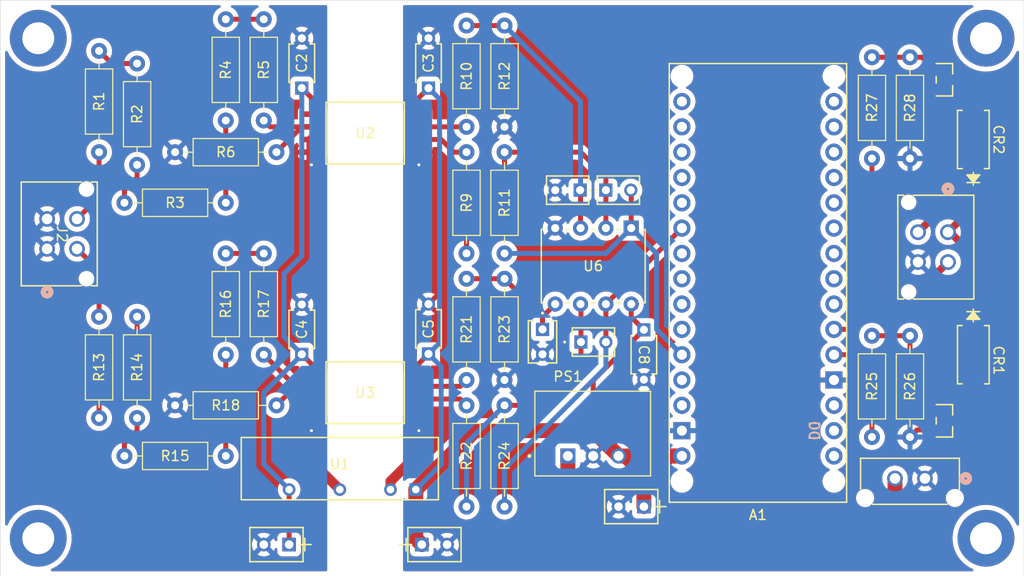
<source format=kicad_pcb>
(kicad_pcb (version 20240108) (generator "pcbnew") (generator_version "8.0")
  (layers (0 "F.Cu" signal) (31 "B.Cu" signal) (34 "B.Paste" user) (35 "F.Paste" user) (36 "B.SilkS" user "B.Silkscreen") (37 "F.SilkS" user "F.Silkscreen") (38 "B.Mask" user) (39 "F.Mask" user) (44 "Edge.Cuts" user))
  (net 0 "")
  (net 1 "GND")
  (net 2 "Net-(MOSFET1-D)")
  (net 3 "Net-(MOSFET2-D)")
  (net 4 "Net-(MOSFET1-G)")
  (net 5 "Net-(MOSFET2-G)")
  (net 6 "Net-(R1-Pad2)")
  (net 7 "Net-(R2-Pad2)")
  (net 8 "Net-(R3-Pad2)")
  (net 9 "Net-(R4-Pad2)")
  (net 10 "Net-(PS1-+VIN)")
  (net 11 "/+5")
  (net 12 "/HVGND")
  (net 13 "/HV+5")
  (net 14 "/ShutdownIn")
  (net 15 "Net-(J2-Pad4)")
  (net 16 "Net-(U6-OUTA)")
  (net 17 "Net-(U6-OUTB)")
  (net 18 "Net-(R13-Pad2)")
  (net 19 "Net-(R14-Pad2)")
  (net 31 "Net-(A1-PadD2)")
  (net 40 "Net-(A1-PadD3)")
  (net 45 "Net-(J2-Pad3)")
  (net 46 "Net-(U6-+INA)")
  (net 47 "Net-(U3-IN)")
  (net 48 "Net-(U2-IN)")
  (net 49 "Net-(U3-OUTP)")
  (net 50 "Net-(U2-OUTP)")
  (net 51 "Net-(U6--INA)")
  (net 52 "Net-(U6--INB)")
  (net 53 "Net-(U6-+INB)")
  (net 54 "Net-(U2-OUTN)")
  (net 55 "Net-(R15-Pad2)")
  (net 56 "Net-(R16-Pad2)")
  (net 57 "Net-(U3-OUTN)")
  (footprint "Resistor_THT:R_Axial_DIN0207_L6.3mm_D2.5mm_P10.16mm_Horizontal" (layer "F.Cu") (at 156.21 86.36 90)
    (property "Reference" "R11" (at 5.08 0 90) (layer "F.SilkS"))
    (property "Value" "2.5k" (hide yes))
    (pad "1" thru_hole circle (at 0 0 90) (size 1.6 1.6) (drill 0.8) (layers "*.Cu" "*.Mask") (net 16 "Net-(U6-OUTA)"))
    (pad "2" thru_hole oval (at 10.16 0 90) (size 1.6 1.6) (drill 0.8) (layers "*.Cu" "*.Mask") (net 51 "Net-(U6--INA)"))
  )
  (footprint "Resistor_THT:R_Axial_DIN0207_L6.3mm_D2.5mm_P10.16mm_Horizontal" (layer "F.Cu") (at 115.57 92.71 -90)
    (property "Reference" "R13" (at 5.08 0 90) (layer "F.SilkS"))
    (property "Value" "200k" (hide yes))
    (pad "1" thru_hole circle (at 0 0 270) (size 1.6 1.6) (drill 0.8) (layers "*.Cu" "*.Mask") (net 45 "Net-(J2-Pad3)"))
    (pad "2" thru_hole oval (at 10.16 0 270) (size 1.6 1.6) (drill 0.8) (layers "*.Cu" "*.Mask") (net 18 "Net-(R13-Pad2)"))
  )
  (footprint "MolexVertical:CONN_SD-43045-010_04_MOL" (layer "F.Cu") (at 110.36 85.900001 -90)
    (property "Reference" "J2" (at -1.5 -1.5 -90) (layer "F.SilkS"))
    (property "Value" "430450428" (hide yes))
    (pad "" np_thru_hole circle (at -5.999998 -3.94 270) (size 1.0668 1.0668) (drill 1.0668) (layers "*.Cu" "*.Mask"))
    (pad "" np_thru_hole circle (at 2.999999 -3.94 270) (size 1.0668 1.0668) (drill 1.0668) (layers "*.Cu" "*.Mask"))
    (pad "1" thru_hole circle (at 0 0 270) (size 1.5748 1.5748) (drill 1.0668) (layers "*.Cu" "*.Mask") (net 12 "/HVGND"))
    (pad "2" thru_hole circle (at -2.999999 0 270) (size 1.5748 1.5748) (drill 1.0668) (layers "*.Cu" "*.Mask") (net 12 "/HVGND"))
    (pad "3" thru_hole circle (at 0 -2.999999 270) (size 1.5748 1.5748) (drill 1.0668) (layers "*.Cu" "*.Mask") (net 45 "Net-(J2-Pad3)"))
    (pad "4" thru_hole circle (at -2.999999 -2.999999 270) (size 1.5748 1.5748) (drill 1.0668) (layers "*.Cu" "*.Mask") (net 15 "Net-(J2-Pad4)"))
  )
  (footprint "MountingHole:MountingHole_3.2mm_M3_ISO7380_Pad" (layer "F.Cu") (at 204.47 114.935)
    (property "Reference" "REF**" (hide yes))
    (property "Value" "MountingHole_3.2mm_M3_ISO7380_Pad" (hide yes))
    (pad "1" thru_hole circle (at 0 0) (size 5.7 5.7) (drill 3.2) (layers "*.Cu" "*.Mask"))
  )
  (footprint "10uF Cap:CAP_C324C_MR_X7R_KEM" (layer "F.Cu") (at 170.18 111.76 180)
    (property "Reference" "C1" (hide yes))
    (property "Value" "C324C106K3R5TA" (hide yes))
    (pad "1" thru_hole rect (at 0 0 180) (size 1.3716 1.3716) (drill 0.8636) (layers "*.Cu" "*.Mask") (net 11 "/+5"))
    (pad "2" thru_hole circle (at 2.54 0 180) (size 1.3716 1.3716) (drill 0.8636) (layers "*.Cu" "*.Mask") (net 1 "GND"))
  )
  (footprint "Resistor_THT:R_Axial_DIN0207_L6.3mm_D2.5mm_P10.16mm_Horizontal" (layer "F.Cu") (at 152.4 76.2 -90)
    (property "Reference" "R9" (at 5.08 0 90) (layer "F.SilkS"))
    (property "Value" "1k" (hide yes))
    (pad "1" thru_hole circle (at 0 0 270) (size 1.6 1.6) (drill 0.8) (layers "*.Cu" "*.Mask") (net 54 "Net-(U2-OUTN)"))
    (pad "2" thru_hole oval (at 10.16 0 270) (size 1.6 1.6) (drill 0.8) (layers "*.Cu" "*.Mask") (net 51 "Net-(U6--INA)"))
  )
  (footprint "MountingHole:MountingHole_3.2mm_M3_ISO7380_Pad" (layer "F.Cu") (at 109.474 64.77)
    (property "Reference" "REF**" (hide yes))
    (property "Value" "MountingHole_3.2mm_M3_ISO7380_Pad" (hide yes))
    (pad "1" thru_hole circle (at 0 0) (size 5.7 5.7) (drill 3.2) (layers "*.Cu" "*.Mask"))
  )
  (footprint "330pFCap:CAP_K-SERIES_15-L2_VIS" (layer "F.Cu") (at 163.87 95.25)
    (property "Reference" "C9" (hide yes))
    (property "Value" "K331K15X7RF5TL2" (hide yes))
    (pad "1" thru_hole rect (at 0 0) (size 1.3208 1.3208) (drill 0.8128) (layers "*.Cu" "*.Mask") (net 52 "Net-(U6--INB)"))
    (pad "2" thru_hole circle (at 2.5 0) (size 1.3208 1.3208) (drill 0.8128) (layers "*.Cu" "*.Mask") (net 17 "Net-(U6-OUTB)"))
  )
  (footprint "1uFCap:K104K10X7RF5UH5_VIS" (layer "F.Cu") (at 135.89 96.479995 90)
    (property "Reference" "C4" (at 2.499995 0 90) (layer "F.SilkS"))
    (property "Value" "K104K10X7RF5UH5" (hide yes))
    (pad "1" thru_hole rect (at 0 0 90) (size 1.3208 1.3208) (drill 0.8128) (layers "*.Cu" "*.Mask") (net 13 "/HV+5"))
    (pad "2" thru_hole circle (at 4.99999 0 90) (size 1.3208 1.3208) (drill 0.8128) (layers "*.Cu" "*.Mask") (net 12 "/HVGND"))
  )
  (footprint "330pFCap:CAP_K-SERIES_15-L2_VIS" (layer "F.Cu") (at 166.37 80.01)
    (property "Reference" "C7" (hide yes))
    (property "Value" "K331K15X7RF5TL2" (hide yes))
    (pad "1" thru_hole rect (at 0 0) (size 1.3208 1.3208) (drill 0.8128) (layers "*.Cu" "*.Mask") (net 51 "Net-(U6--INA)"))
    (pad "2" thru_hole circle (at 2.5 0) (size 1.3208 1.3208) (drill 0.8128) (layers "*.Cu" "*.Mask") (net 16 "Net-(U6-OUTA)"))
  )
  (footprint "Resistor_THT:R_Axial_DIN0207_L6.3mm_D2.5mm_P10.16mm_Horizontal" (layer "F.Cu") (at 118.11 106.68)
    (property "Reference" "R15" (at 5.08 0 0) (layer "F.SilkS"))
    (property "Value" "200k" (hide yes))
    (pad "1" thru_hole circle (at 0 0) (size 1.6 1.6) (drill 0.8) (layers "*.Cu" "*.Mask") (net 19 "Net-(R14-Pad2)"))
    (pad "2" thru_hole oval (at 10.16 0) (size 1.6 1.6) (drill 0.8) (layers "*.Cu" "*.Mask") (net 55 "Net-(R15-Pad2)"))
  )
  (footprint "MolexVertical:CONN_SD-43045-010_04_MOL" (layer "F.Cu") (at 200.66 84.228447 90)
    (property "Reference" "J1" (hide yes))
    (property "Value" "430450428" (hide yes))
    (pad "" np_thru_hole circle (at -5.999998 -3.94 90) (size 1.0668 1.0668) (drill 1.0668) (layers "*.Cu" "*.Mask"))
    (pad "" np_thru_hole circle (at 2.999999 -3.94 90) (size 1.0668 1.0668) (drill 1.0668) (layers "*.Cu" "*.Mask"))
    (pad "1" thru_hole circle (at 0 0 90) (size 1.5748 1.5748) (drill 1.0668) (layers "*.Cu" "*.Mask") (net 14 "/ShutdownIn"))
    (pad "2" thru_hole circle (at -2.999999 0 90) (size 1.5748 1.5748) (drill 1.0668) (layers "*.Cu" "*.Mask") (net 2 "Net-(MOSFET1-D)"))
    (pad "3" thru_hole circle (at 0 -2.999999 90) (size 1.5748 1.5748) (drill 1.0668) (layers "*.Cu" "*.Mask") (net 3 "Net-(MOSFET2-D)"))
    (pad "4" thru_hole circle (at -2.999999 -2.999999 90) (size 1.5748 1.5748) (drill 1.0668) (layers "*.Cu" "*.Mask") (net 1 "GND"))
  )
  (footprint "10uF Cap:CAP_C324C_MR_X7R_KEM" (layer "F.Cu") (at 134.62 115.57 180)
    (property "Reference" "C11" (hide yes))
    (property "Value" "C324C106K3R5TA" (hide yes))
    (pad "1" thru_hole rect (at 0 0 180) (size 1.3716 1.3716) (drill 0.8636) (layers "*.Cu" "*.Mask") (net 13 "/HV+5"))
    (pad "2" thru_hole circle (at 2.54 0 180) (size 1.3716 1.3716) (drill 0.8636) (layers "*.Cu" "*.Mask") (net 12 "/HVGND"))
  )
  (footprint "Resistor_THT:R_Axial_DIN0207_L6.3mm_D2.5mm_P10.16mm_Horizontal" (layer "F.Cu") (at 123.19 101.6)
    (property "Reference" "R18" (at 5.08 0 0) (layer "F.SilkS"))
    (property "Value" "10k" (hide yes))
    (pad "1" thru_hole circle (at 0 0) (size 1.6 1.6) (drill 0.8) (layers "*.Cu" "*.Mask") (net 12 "/HVGND"))
    (pad "2" thru_hole oval (at 10.16 0) (size 1.6 1.6) (drill 0.8) (layers "*.Cu" "*.Mask") (net 47 "Net-(U3-IN)"))
  )
  (footprint "Resistor_THT:R_Axial_DIN0207_L6.3mm_D2.5mm_P10.16mm_Horizontal" (layer "F.Cu") (at 196.85 66.678447 -90)
    (property "Reference" "R28" (at 5.08 0 90) (layer "F.SilkS"))
    (property "Value" "10k" (hide yes))
    (pad "1" thru_hole circle (at 0 0 270) (size 1.6 1.6) (drill 0.8) (layers "*.Cu" "*.Mask") (net 5 "Net-(MOSFET2-G)"))
    (pad "2" thru_hole oval (at 10.16 0 270) (size 1.6 1.6) (drill 0.8) (layers "*.Cu" "*.Mask") (net 1 "GND"))
  )
  (footprint "Resistor_THT:R_Axial_DIN0207_L6.3mm_D2.5mm_P10.16mm_Horizontal" (layer "F.Cu") (at 196.85 94.618447 -90)
    (property "Reference" "R26" (at 5.08 0 90) (layer "F.SilkS"))
    (property "Value" "10k" (hide yes))
    (pad "1" thru_hole circle (at 0 0 270) (size 1.6 1.6) (drill 0.8) (layers "*.Cu" "*.Mask") (net 4 "Net-(MOSFET1-G)"))
    (pad "2" thru_hole oval (at 10.16 0 270) (size 1.6 1.6) (drill 0.8) (layers "*.Cu" "*.Mask") (net 1 "GND"))
  )
  (footprint "PreChargeParts:SOT23_DIO-L" (layer "F.Cu") (at 200.3044 103.153446 -90)
    (property "Reference" "MOSFET1" (hide yes))
    (property "Value" "DMN3404L-7" (hide yes))
    (pad "1" smd rect (at -0.914999 0.9144 270) (size 0.508 0.9652) (layers "F.Cu" "F.Paste" "F.Mask") (net 4 "Net-(MOSFET1-G)"))
    (pad "2" smd rect (at 0.914999 0.9144 270) (size 0.508 0.9652) (layers "F.Cu" "F.Paste" "F.Mask") (net 1 "GND"))
    (pad "3" smd rect (at 0 -0.9144 270) (size 0.508 0.9652) (layers "F.Cu" "F.Paste" "F.Mask") (net 2 "Net-(MOSFET1-D)"))
  )
  (footprint "330pFCap:CAP_K-SERIES_15-L2_VIS" (layer "F.Cu") (at 160.02 93.98 -90)
    (property "Reference" "C10" (hide yes))
    (property "Value" "K331K15X7RF5TL2" (hide yes))
    (pad "1" thru_hole rect (at 0 0 270) (size 1.3208 1.3208) (drill 0.8128) (layers "*.Cu" "*.Mask") (net 53 "Net-(U6-+INB)"))
    (pad "2" thru_hole circle (at 2.5 0 270) (size 1.3208 1.3208) (drill 0.8128) (layers "*.Cu" "*.Mask") (net 1 "GND"))
  )
  (footprint "Resistor_THT:R_Axial_DIN0207_L6.3mm_D2.5mm_P10.16mm_Horizontal" (layer "F.Cu") (at 118.11 81.28)
    (property "Reference" "R3" (at 5.08 0 0) (layer "F.SilkS"))
    (property "Value" "200k" (hide yes))
    (pad "1" thru_hole circle (at 0 0) (size 1.6 1.6) (drill 0.8) (layers "*.Cu" "*.Mask") (net 7 "Net-(R2-Pad2)"))
    (pad "2" thru_hole oval (at 10.16 0) (size 1.6 1.6) (drill 0.8) (layers "*.Cu" "*.Mask") (net 8 "Net-(R3-Pad2)"))
  )
  (footprint "1uFCap:K104K10X7RF5UH5_VIS" (layer "F.Cu") (at 148.59 69.76999 90)
    (property "Reference" "C3" (at 2.499995 0 90) (layer "F.SilkS"))
    (property "Value" "K104K10X7RF5UH5" (hide yes))
    (pad "1" thru_hole rect (at 0 0 90) (size 1.3208 1.3208) (drill 0.8128) (layers "*.Cu" "*.Mask") (net 11 "/+5"))
    (pad "2" thru_hole circle (at 4.99999 0 90) (size 1.3208 1.3208) (drill 0.8128) (layers "*.Cu" "*.Mask") (net 1 "GND"))
  )
  (footprint "Resistor_THT:R_Axial_DIN0207_L6.3mm_D2.5mm_P10.16mm_Horizontal" (layer "F.Cu") (at 156.21 73.66 90)
    (property "Reference" "R12" (at 5.08 0 90) (layer "F.SilkS"))
    (property "Value" "2.5k" (hide yes))
    (pad "1" thru_hole circle (at 0 0 90) (size 1.6 1.6) (drill 0.8) (layers "*.Cu" "*.Mask") (net 1 "GND"))
    (pad "2" thru_hole oval (at 10.16 0 90) (size 1.6 1.6) (drill 0.8) (layers "*.Cu" "*.Mask") (net 46 "Net-(U6-+INA)"))
  )
  (footprint "Resistor_THT:R_Axial_DIN0207_L6.3mm_D2.5mm_P10.16mm_Horizontal" (layer "F.Cu") (at 152.4 99.06 90)
    (property "Reference" "R21" (at 5.08 0 90) (layer "F.SilkS"))
    (property "Value" "1k" (hide yes))
    (pad "1" thru_hole circle (at 0 0 90) (size 1.6 1.6) (drill 0.8) (layers "*.Cu" "*.Mask") (net 49 "Net-(U3-OUTP)"))
    (pad "2" thru_hole oval (at 10.16 0 90) (size 1.6 1.6) (drill 0.8) (layers "*.Cu" "*.Mask") (net 53 "Net-(U6-+INB)"))
  )
  (footprint "PreChargeParts:SMA_DIO-L" (layer "F.Cu") (at 203.2 74.93 90)
    (property "Reference" "CR2" (at 0 2.54 -90) (layer "F.SilkS"))
    (property "Value" "B240A-13-F" (hide yes))
    (pad "1" smd rect (at -1.9715 0 180) (size 1.5792 1.7994) (layers "F.Cu" "F.Paste" "F.Mask") (net 14 "/ShutdownIn"))
    (pad "2" smd rect (at 1.9715 0 180) (size 1.5792 1.7994) (layers "F.Cu" "F.Paste" "F.Mask") (net 3 "Net-(MOSFET2-D)"))
    (zone (net 0) (net_name "") (layer "F.Cu") (connect_pads (clearance 0)) (min_thickness 0.254)
      (keepout (tracks not_allowed) (vias not_allowed) (pads allowed) (copperpour not_allowed) (footprints allowed))
      (fill (thermal_gap 0.508) (thermal_bridge_width 0.508))
      (polygon (pts (xy 201.790801 77.6742) (xy 201.790801 72.1858) (xy 202.3342 72.1858) (xy 202.3342 77.6742)))
    )
    (zone (net 0) (net_name "") (layer "F.Cu") (connect_pads (clearance 0)) (min_thickness 0.254)
      (keepout (tracks not_allowed) (vias not_allowed) (pads allowed) (copperpour not_allowed) (footprints allowed))
      (fill (thermal_gap 0.508) (thermal_bridge_width 0.508))
      (polygon (pts (xy 202.3342 75.951) (xy 202.3342 73.909) (xy 204.0658 73.909) (xy 204.0658 75.951)))
    )
    (zone (net 0) (net_name "") (layer "F.Cu") (connect_pads (clearance 0)) (min_thickness 0.254)
      (keepout (tracks not_allowed) (vias not_allowed) (pads allowed) (copperpour not_allowed) (footprints allowed))
      (fill (thermal_gap 0.508) (thermal_bridge_width 0.508))
      (polygon (pts (xy 204.0658 77.6742) (xy 204.0658 72.1858) (xy 204.609199 72.1858) (xy 204.609199 77.6742)))
    )
  )
  (footprint "Resistor_THT:R_Axial_DIN0207_L6.3mm_D2.5mm_P10.16mm_Horizontal" (layer "F.Cu") (at 193.04 104.778447 90)
    (property "Reference" "R25" (at 5.08 0 90) (layer "F.SilkS"))
    (property "Value" "200" (hide yes))
    (pad "1" thru_hole circle (at 0 0 90) (size 1.6 1.6) (drill 0.8) (layers "*.Cu" "*.Mask") (net 31 "Net-(A1-PadD2)"))
    (pad "2" thru_hole oval (at 10.16 0 90) (size 1.6 1.6) (drill 0.8) (layers "*.Cu" "*.Mask") (net 4 "Net-(MOSFET1-G)"))
  )
  (footprint "330pFCap:CAP_K-SERIES_15-L2_VIS" (layer "F.Cu") (at 163.79 80.01 180)
    (property "Reference" "C6" (hide yes))
    (property "Value" "K331K15X7RF5TL2" (hide yes))
    (pad "1" thru_hole rect (at 0 0 180) (size 1.3208 1.3208) (drill 0.8128) (layers "*.Cu" "*.Mask") (net 46 "Net-(U6-+INA)"))
    (pad "2" thru_hole circle (at 2.5 0 180) (size 1.3208 1.3208) (drill 0.8128) (layers "*.Cu" "*.Mask") (net 1 "GND"))
  )
  (footprint "Resistor_THT:R_Axial_DIN0207_L6.3mm_D2.5mm_P10.16mm_Horizontal" (layer "F.Cu") (at 115.57 76.2 90)
    (property "Reference" "R1" (at 5.08 0 90) (layer "F.SilkS"))
    (property "Value" "200k" (hide yes))
    (pad "1" thru_hole circle (at 0 0 90) (size 1.6 1.6) (drill 0.8) (layers "*.Cu" "*.Mask") (net 15 "Net-(J2-Pad4)"))
    (pad "2" thru_hole oval (at 10.16 0 90) (size 1.6 1.6) (drill 0.8) (layers "*.Cu" "*.Mask") (net 6 "Net-(R1-Pad2)"))
  )
  (footprint "Resistor_THT:R_Axial_DIN0207_L6.3mm_D2.5mm_P10.16mm_Horizontal" (layer "F.Cu") (at 156.21 99.06 90)
    (property "Reference" "R23" (at 5.08 0 90) (layer "F.SilkS"))
    (property "Value" "2.5k" (hide yes))
    (pad "1" thru_hole circle (at 0 0 90) (size 1.6 1.6) (drill 0.8) (layers "*.Cu" "*.Mask") (net 1 "GND"))
    (pad "2" thru_hole oval (at 10.16 0 90) (size 1.6 1.6) (drill 0.8) (layers "*.Cu" "*.Mask") (net 53 "Net-(U6-+INB)"))
  )
  (footprint "10uF Cap:CAP_C324C_MR_X7R_KEM" (layer "F.Cu") (at 147.9169 115.57)
    (property "Reference" "C12" (hide yes))
    (property "Value" "C324C106K3R5TA" (hide yes))
    (pad "1" thru_hole rect (at 0 0) (size 1.3716 1.3716) (drill 0.8636) (layers "*.Cu" "*.Mask") (net 11 "/+5"))
    (pad "2" thru_hole circle (at 2.54 0) (size 1.3716 1.3716) (drill 0.8636) (layers "*.Cu" "*.Mask") (net 1 "GND"))
  )
  (footprint "Resistor_THT:R_Axial_DIN0207_L6.3mm_D2.5mm_P10.16mm_Horizontal" (layer "F.Cu") (at 193.04 76.838447 90)
    (property "Reference" "R27" (at 5.08 0 90) (layer "F.SilkS"))
    (property "Value" "200" (hide yes))
    (pad "1" thru_hole circle (at 0 0 90) (size 1.6 1.6) (drill 0.8) (layers "*.Cu" "*.Mask") (net 40 "Net-(A1-PadD3)"))
    (pad "2" thru_hole oval (at 10.16 0 90) (size 1.6 1.6) (drill 0.8) (layers "*.Cu" "*.Mask") (net 5 "Net-(MOSFET2-G)"))
  )
  (footprint "MountingHole:MountingHole_3.2mm_M3_ISO7380_Pad" (layer "F.Cu") (at 204.47 64.77)
    (property "Reference" "REF**" (hide yes))
    (property "Value" "MountingHole_3.2mm_M3_ISO7380_Pad" (hide yes))
    (pad "1" thru_hole circle (at 0 0) (size 5.7 5.7) (drill 3.2) (layers "*.Cu" "*.Mask"))
  )
  (footprint "12-5V Converter:CONV_R-78E5.0-0.5" (layer "F.Cu") (at 165.1 104.43)
    (property "Reference" "PS1" (at -2.54 -5.715 0) (layer "F.SilkS"))
    (property "Value" "R-78E5.0-0.5")
    (pad "1" thru_hole rect (at -2.54 2.25) (size 1.508 1.508) (drill 1) (layers "*.Cu" "*.Mask") (net 10 "Net-(PS1-+VIN)"))
    (pad "2" thru_hole circle (at 0 2.25) (size 1.508 1.508) (drill 1) (layers "*.Cu" "*.Mask") (net 1 "GND"))
    (pad "3" thru_hole circle (at 2.54 2.25) (size 1.508 1.508) (drill 1) (layers "*.Cu" "*.Mask") (net 11 "/+5"))
  )
  (footprint "AMC 1351:SOIC8_DWV_TEX" (layer "F.Cu") (at 142.24 74.295)
    (property "Reference" "U2" (at 0 0 0) (layer "F.SilkS"))
    (property "Value" "AMC1351DWVR")
    (pad "1" smd rect (at -5.3848 -1.905) (size 1.7018 0.5588) (layers "F.Cu" "F.Paste" "F.Mask") (net 13 "/HV+5"))
    (pad "2" smd rect (at -5.3848 -0.635) (size 1.7018 0.5588) (layers "F.Cu" "F.Paste" "F.Mask") (net 48 "Net-(U2-IN)"))
    (pad "3" smd rect (at -5.3848 0.635) (size 1.7018 0.5588) (layers "F.Cu" "F.Paste" "F.Mask") (net 12 "/HVGND"))
    (pad "4" smd rect (at -5.3848 1.905) (size 1.7018 0.5588) (layers "F.Cu" "F.Paste" "F.Mask") (net 12 "/HVGND"))
    (pad "5" smd rect (at 5.3848 1.905) (size 1.7018 0.5588) (layers "F.Cu" "F.Paste" "F.Mask") (net 1 "GND"))
    (pad "6" smd rect (at 5.3848 0.635) (size 1.7018 0.5588) (layers "F.Cu" "F.Paste" "F.Mask") (net 54 "Net-(U2-OUTN)"))
    (pad "7" smd rect (at 5.3848 -0.635) (size 1.7018 0.5588) (layers "F.Cu" "F.Paste" "F.Mask") (net 50 "Net-(U2-OUTP)"))
    (pad "8" smd rect (at 5.3848 -1.905) (size 1.7018 0.5588) (layers "F.Cu" "F.Paste" "F.Mask") (net 11 "/+5"))
  )
  (footprint "Resistor_THT:R_Axial_DIN0207_L6.3mm_D2.5mm_P10.16mm_Horizontal" (layer "F.Cu") (at 128.27 73.025 90)
    (property "Reference" "R4" (at 5.08 0 90) (layer "F.SilkS"))
    (property "Value" "200k" (hide yes))
    (pad "1" thru_hole circle (at 0 0 90) (size 1.6 1.6) (drill 0.8) (layers "*.Cu" "*.Mask") (net 8 "Net-(R3-Pad2)"))
    (pad "2" thru_hole oval (at 10.16 0 90) (size 1.6 1.6) (drill 0.8) (layers "*.Cu" "*.Mask") (net 9 "Net-(R4-Pad2)"))
  )
  (footprint "Resistor_THT:R_Axial_DIN0207_L6.3mm_D2.5mm_P10.16mm_Horizontal" (layer "F.Cu") (at 156.21 111.76 90)
    (property "Reference" "R24" (at 5.08 0 90) (layer "F.SilkS"))
    (property "Value" "2.5k" (hide yes))
    (pad "1" thru_hole circle (at 0 0 90) (size 1.6 1.6) (drill 0.8) (layers "*.Cu" "*.Mask") (net 17 "Net-(U6-OUTB)"))
    (pad "2" thru_hole oval (at 10.16 0 90) (size 1.6 1.6) (drill 0.8) (layers "*.Cu" "*.Mask") (net 52 "Net-(U6--INB)"))
  )
  (footprint "Resistor_THT:R_Axial_DIN0207_L6.3mm_D2.5mm_P10.16mm_Horizontal" (layer "F.Cu") (at 119.38 92.71 -90)
    (property "Reference" "R14" (at 5.08 0 90) (layer "F.SilkS"))
    (property "Value" "200k" (hide yes))
    (pad "1" thru_hole circle (at 0 0 270) (size 1.6 1.6) (drill 0.8) (layers "*.Cu" "*.Mask") (net 18 "Net-(R13-Pad2)"))
    (pad "2" thru_hole oval (at 10.16 0 270) (size 1.6 1.6) (drill 0.8) (layers "*.Cu" "*.Mask") (net 19 "Net-(R14-Pad2)"))
  )
  (footprint "1uFCap:K104K10X7RF5UH5_VIS" (layer "F.Cu") (at 135.89 69.76999 90)
    (property "Reference" "C2" (at 2.499995 0 90) (layer "F.SilkS"))
    (property "Value" "K104K10X7RF5UH5" (hide yes))
    (pad "1" thru_hole rect (at 0 0 90) (size 1.3208 1.3208) (drill 0.8128) (layers "*.Cu" "*.Mask") (net 13 "/HV+5"))
    (pad "2" thru_hole circle (at 4.99999 0 90) (size 1.3208 1.3208) (drill 0.8128) (layers "*.Cu" "*.Mask") (net 12 "/HVGND"))
  )
  (footprint "1uFCap:K104K10X7RF5UH5_VIS" (layer "F.Cu") (at 148.59 96.43999 90)
    (property "Reference" "C5" (at 2.499995 0 90) (layer "F.SilkS"))
    (property "Value" "K104K10X7RF5UH5" (hide yes))
    (pad "1" thru_hole rect (at 0 0 90) (size 1.3208 1.3208) (drill 0.8128) (layers "*.Cu" "*.Mask") (net 11 "/+5"))
    (pad "2" thru_hole circle (at 4.99999 0 90) (size 1.3208 1.3208) (drill 0.8128) (layers "*.Cu" "*.Mask") (net 1 "GND"))
  )
  (footprint "Resistor_THT:R_Axial_DIN0207_L6.3mm_D2.5mm_P10.16mm_Horizontal" (layer "F.Cu") (at 128.27 96.52 90)
    (property "Reference" "R16" (at 5.08 0 90) (layer "F.SilkS"))
    (property "Value" "200k" (hide yes))
    (pad "1" thru_hole circle (at 0 0 90) (size 1.6 1.6) (drill 0.8) (layers "*.Cu" "*.Mask") (net 55 "Net-(R15-Pad2)"))
    (pad "2" thru_hole oval (at 10.16 0 90) (size 1.6 1.6) (drill 0.8) (layers "*.Cu" "*.Mask") (net 56 "Net-(R16-Pad2)"))
  )
  (footprint "PreChargeParts:TEA 1E_TRP" (layer "F.Cu") (at 147.32 110.05 180)
    (property "Reference" "U1" (at 7.62 2.54 0) (layer "F.SilkS"))
    (property "Value" "TEA 1-0505E")
    (pad "1" thru_hole rect (at 0 0 180) (size 1.27 1.27) (drill 0.762) (layers "*.Cu" "*.Mask") (net 11 "/+5"))
    (pad "2" thru_hole circle (at 2.54 0 180) (size 1.27 1.27) (drill 0.762) (layers "*.Cu" "*.Mask") (net 1 "GND"))
    (pad "4" thru_hole circle (at 7.62 0 180) (size 1.27 1.27) (drill 0.762) (layers "*.Cu" "*.Mask") (net 12 "/HVGND"))
    (pad "6" thru_hole circle (at 12.7 0 180) (size 1.27 1.27) (drill 0.762) (layers "*.Cu" "*.Mask") (net 13 "/HV+5"))
  )
  (footprint "Resistor_THT:R_Axial_DIN0207_L6.3mm_D2.5mm_P10.16mm_Horizontal" (layer "F.Cu") (at 152.4 101.6 -90)
    (property "Reference" "R22" (at 5.08 0 90) (layer "F.SilkS"))
    (property "Value" "1k" (hide yes))
    (pad "1" thru_hole circle (at 0 0 270) (size 1.6 1.6) (drill 0.8) (layers "*.Cu" "*.Mask") (net 57 "Net-(U3-OUTN)"))
    (pad "2" thru_hole oval (at 10.16 0 270) (size 1.6 1.6) (drill 0.8) (layers "*.Cu" "*.Mask") (net 52 "Net-(U6--INB)"))
  )
  (footprint "MountingHole:MountingHole_3.2mm_M3_ISO7380_Pad" (layer "F.Cu") (at 109.474 114.935)
    (property "Reference" "REF**" (hide yes))
    (property "Value" "MountingHole_3.2mm_M3_ISO7380_Pad" (hide yes))
    (pad "1" thru_hole circle (at 0 0) (size 5.7 5.7) (drill 3.2) (layers "*.Cu" "*.Mask"))
  )
  (footprint "1uFCap:K104K10X7RF5UH5_VIS" (layer "F.Cu") (at 170.18 94.020005 -90)
    (property "Reference" "C8" (at 2.499995 0 -90) (layer "F.SilkS"))
    (property "Value" "K104K10X7RF5UH5" (hide yes))
    (pad "1" thru_hole rect (at 0 0 270) (size 1.3208 1.3208) (drill 0.8128) (layers "*.Cu" "*.Mask") (net 11 "/+5"))
    (pad "2" thru_hole circle (at 4.99999 0 270) (size 1.3208 1.3208) (drill 0.8128) (layers "*.Cu" "*.Mask") (net 1 "GND"))
  )
  (footprint "PreChargeParts:SOT23_DIO-L" (layer "F.Cu") (at 200.3044 68.935001 -90)
    (property "Reference" "MOSFET2" (hide yes))
    (property "Value" "DMN3404L-7" (hide yes))
    (pad "1" smd rect (at -0.914999 0.9144 270) (size 0.508 0.9652) (layers "F.Cu" "F.Paste" "F.Mask") (net 5 "Net-(MOSFET2-G)"))
    (pad "2" smd rect (at 0.914999 0.9144 270) (size 0.508 0.9652) (layers "F.Cu" "F.Paste" "F.Mask") (net 1 "GND"))
    (pad "3" smd rect (at 0 -0.9144 270) (size 0.508 0.9652) (layers "F.Cu" "F.Paste" "F.Mask") (net 3 "Net-(MOSFET2-D)"))
  )
  (footprint "Resistor_THT:R_Axial_DIN0207_L6.3mm_D2.5mm_P10.16mm_Horizontal" (layer "F.Cu") (at 119.38 67.31 -90)
    (property "Reference" "R2" (at 5.08 0 90) (layer "F.SilkS"))
    (property "Value" "200k" (hide yes))
    (pad "1" thru_hole circle (at 0 0 270) (size 1.6 1.6) (drill 0.8) (layers "*.Cu" "*.Mask") (net 6 "Net-(R1-Pad2)"))
    (pad "2" thru_hole oval (at 10.16 0 270) (size 1.6 1.6) (drill 0.8) (layers "*.Cu" "*.Mask") (net 7 "Net-(R2-Pad2)"))
  )
  (footprint "Resistor_THT:R_Axial_DIN0207_L6.3mm_D2.5mm_P10.16mm_Horizontal" (layer "F.Cu") (at 152.4 73.66 90)
    (property "Reference" "R10" (at 5.08 0 90) (layer "F.SilkS"))
    (property "Value" "1k" (hide yes))
    (pad "1" thru_hole circle (at 0 0 90) (size 1.6 1.6) (drill 0.8) (layers "*.Cu" "*.Mask") (net 50 "Net-(U2-OUTP)"))
    (pad "2" thru_hole oval (at 10.16 0 90) (size 1.6 1.6) (drill 0.8) (layers "*.Cu" "*.Mask") (net 46 "Net-(U6-+INA)"))
  )
  (footprint "Resistor_THT:R_Axial_DIN0207_L6.3mm_D2.5mm_P10.16mm_Horizontal" (layer "F.Cu") (at 123.19 76.2)
    (property "Reference" "R6" (at 5.08 0 0) (layer "F.SilkS"))
    (property "Value" "10k" (hide yes))
    (pad "1" thru_hole circle (at 0 0) (size 1.6 1.6) (drill 0.8) (layers "*.Cu" "*.Mask") (net 12 "/HVGND"))
    (pad "2" thru_hole oval (at 10.16 0) (size 1.6 1.6) (drill 0.8) (layers "*.Cu" "*.Mask") (net 48 "Net-(U2-IN)"))
  )
  (footprint "MolexVertical:CONN_SD-43650-010_02_MOL" (layer "F.Cu") (at 196.85 109.22)
    (property "Reference" "J4" (hide yes))
    (property "Value" "436500228" (hide yes))
    (pad "" np_thru_hole circle (at -4.499999 1.675601) (size 1.3208 1.3208) (drill 1.3208) (layers "*.Cu" "*.Mask"))
    (pad "" np_thru_hole circle (at 4.499999 1.675601) (size 1.3208 1.3208) (drill 1.3208) (layers "*.Cu" "*.Mask"))
    (pad "1" thru_hole circle (at 1.5 -0.2844) (size 1.5748 1.5748) (drill 1.0668) (layers "*.Cu" "*.Mask") (net 1 "GND"))
    (pad "2" thru_hole circle (at -1.5 -0.2844) (size 1.5748 1.5748) (drill 1.0668) (layers "*.Cu" "*.Mask") (net 10 "Net-(PS1-+VIN)"))
  )
  (footprint "PCM_arduino-library:Arduino_Nano_33_IoT_Socket" (layer "F.Cu") (at 181.61 67.31 180)
    (property "Reference" "A1" (at 0 -45.28 0) (layer "F.SilkS"))
    (property "Value" "Arduino_Nano_33_IoT_Socket")
    (fp_text user "D0" (at -5.715 -36.83 90) (layer "B.SilkS") (effects (justify mirror)))
    (fp_text user "D0" (at -5.715 -36.83 90) (layer "F.SilkS"))
    (pad "" np_thru_hole circle (at -7.62 -41.91 180) (size 1.8 1.8) (drill 1.8) (layers "F&B.Cu" "*.Mask"))
    (pad "" np_thru_hole circle (at -7.62 -1.27 180) (size 1.8 1.8) (drill 1.8) (layers "F&B.Cu" "*.Mask"))
    (pad "" np_thru_hole circle (at 7.62 -41.91 180) (size 1.8 1.8) (drill 1.8) (layers "F&B.Cu" "*.Mask"))
    (pad "" np_thru_hole circle (at 7.62 -1.27 180) (size 1.8 1.8) (drill 1.8) (layers "F&B.Cu" "*.Mask"))
    (pad "3V3" thru_hole circle (at 7.62 -6.35 180) (size 1.7272 1.7272) (drill 1.016) (layers "*.Cu" "*.Mask"))
    (pad "5V" thru_hole circle (at 7.62 -31.75 180) (size 1.7272 1.7272) (drill 1.016) (layers "*.Cu" "*.Mask"))
    (pad "A0" thru_hole circle (at 7.62 -11.43 180) (size 1.7272 1.7272) (drill 1.016) (layers "*.Cu" "*.Mask"))
    (pad "A1" thru_hole circle (at 7.62 -13.97 180) (size 1.7272 1.7272) (drill 1.016) (layers "*.Cu" "*.Mask"))
    (pad "A2" thru_hole circle (at 7.62 -16.51 180) (size 1.7272 1.7272) (drill 1.016) (layers "*.Cu" "*.Mask") (net 17 "Net-(U6-OUTB)"))
    (pad "A3" thru_hole circle (at 7.62 -19.05 180) (size 1.7272 1.7272) (drill 1.016) (layers "*.Cu" "*.Mask"))
    (pad "A4" thru_hole circle (at 7.62 -21.59 180) (size 1.7272 1.7272) (drill 1.016) (layers "*.Cu" "*.Mask"))
    (pad "A5" thru_hole circle (at 7.62 -24.13 180) (size 1.7272 1.7272) (drill 1.016) (layers "*.Cu" "*.Mask"))
    (pad "A6" thru_hole circle (at 7.62 -26.67 180) (size 1.7272 1.7272) (drill 1.016) (layers "*.Cu" "*.Mask"))
    (pad "A7" thru_hole circle (at 7.62 -29.21 180) (size 1.7272 1.7272) (drill 1.016) (layers "*.Cu" "*.Mask") (net 16 "Net-(U6-OUTA)"))
    (pad "AREF" thru_hole circle (at 7.62 -8.89 180) (size 1.7272 1.7272) (drill 1.016) (layers "*.Cu" "*.Mask"))
    (pad "D0" thru_hole circle (at -7.62 -36.83 180) (size 1.7272 1.7272) (drill 1.016) (layers "*.Cu" "*.Mask"))
    (pad "D1" thru_hole circle (at -7.62 -39.37 180) (size 1.7272 1.7272) (drill 1.016) (layers "*.Cu" "*.Mask"))
    (pad "D2" thru_hole circle (at -7.62 -29.21 180) (size 1.7272 1.7272) (drill 1.016) (layers "*.Cu" "*.Mask") (net 31 "Net-(A1-PadD2)"))
    (pad "D3" thru_hole circle (at -7.62 -26.67 180) (size 1.7272 1.7272) (drill 1.016) (layers "*.Cu" "*.Mask") (net 40 "Net-(A1-PadD3)"))
    (pad "D4" thru_hole circle (at -7.62 -24.13 180) (size 1.7272 1.7272) (drill 1.016) (layers "*.Cu" "*.Mask"))
    (pad "D5" thru_hole circle (at -7.62 -21.59 180) (size 1.7272 1.7272) (drill 1.016) (layers "*.Cu" "*.Mask"))
    (pad "D6" thru_hole circle (at -7.62 -19.05 180) (size 1.7272 1.7272) (drill 1.016) (layers "*.Cu" "*.Mask"))
    (pad "D7" thru_hole circle (at -7.62 -16.51 180) (size 1.7272 1.7272) (drill 1.016) (layers "*.Cu" "*.Mask"))
    (pad "D8" thru_hole circle (at -7.62 -13.97 180) (size 1.7272 1.7272) (drill 1.016) (layers "*.Cu" "*.Mask"))
    (pad "D9" thru_hole circle (at -7.62 -11.43 180) (size 1.7272 1.7272) (drill 1.016) (layers "*.Cu" "*.Mask"))
    (pad "D10" thru_hole circle (at -7.62 -8.89 180) (size 1.7272 1.7272) (drill 1.016) (layers "*.Cu" "*.Mask"))
    (pad "D11" thru_hole circle (at -7.62 -6.35 180) (size 1.7272 1.7272) (drill 1.016) (layers "*.Cu" "*.Mask"))
    (pad "D12" thru_hole circle (at -7.62 -3.81 180) (size 1.7272 1.7272) (drill 1.016) (layers "*.Cu" "*.Mask"))
    (pad "D13" thru_hole circle (at 7.62 -3.81 180) (size 1.7272 1.7272) (drill 1.016) (layers "*.Cu" "*.Mask"))
    (pad "GND1" thru_hole rect (at -7.62 -31.75 180) (size 1.7272 1.7272) (drill 1.016) (layers "*.Cu" "*.Mask") (net 1 "GND"))
    (pad "GND2" thru_hole rect (at 7.62 -36.83 180) (size 1.7272 1.7272) (drill 1.016) (layers "*.Cu" "*.Mask") (net 1 "GND"))
    (pad "RST1" thru_hole circle (at -7.62 -34.29 180) (size 1.7272 1.7272) (drill 1.016) (layers "*.Cu" "*.Mask"))
    (pad "RST2" thru_hole circle (at 7.62 -34.29 180) (size 1.7272 1.7272) (drill 1.016) (layers "*.Cu" "*.Mask"))
    (pad "VIN" thru_hole circle (at 7.62 -39.37 180) (size 1.7272 1.7272) (drill 1.016) (layers "*.Cu" "*.Mask") (net 11 "/+5"))
  )
  (footprint "OP284:N_8_ADI" (layer "F.Cu") (at 168.91 83.82 -90)
    (property "Reference" "U6" (at 3.81 3.81 0) (layer "F.SilkS"))
    (property "Value" "OP284EPZ" (hide yes))
    (pad "1" thru_hole rect (at 0 0 270) (size 1.524 1.524) (drill 0.8128) (layers "*.Cu" "*.Mask") (net 16 "Net-(U6-OUTA)"))
    (pad "2" thru_hole circle (at 0 2.54 270) (size 1.524 1.524) (drill 0.8128) (layers "*.Cu" "*.Mask") (net 51 "Net-(U6--INA)"))
    (pad "3" thru_hole circle (at 0 5.08 270) (size 1.524 1.524) (drill 0.8128) (layers "*.Cu" "*.Mask") (net 46 "Net-(U6-+INA)"))
    (pad "4" thru_hole circle (at 0 7.62 270) (size 1.524 1.524) (drill 0.8128) (layers "*.Cu" "*.Mask") (net 1 "GND"))
    (pad "5" thru_hole circle (at 7.62 7.62 270) (size 1.524 1.524) (drill 0.8128) (layers "*.Cu" "*.Mask") (net 53 "Net-(U6-+INB)"))
    (pad "6" thru_hole circle (at 7.62 5.08 270) (size 1.524 1.524) (drill 0.8128) (layers "*.Cu" "*.Mask") (net 52 "Net-(U6--INB)"))
    (pad "7" thru_hole circle (at 7.62 2.54 270) (size 1.524 1.524) (drill 0.8128) (layers "*.Cu" "*.Mask") (net 17 "Net-(U6-OUTB)"))
    (pad "8" thru_hole circle (at 7.62 0 270) (size 1.524 1.524) (drill 0.8128) (layers "*.Cu" "*.Mask") (net 11 "/+5"))
  )
  (footprint "Resistor_THT:R_Axial_DIN0207_L6.3mm_D2.5mm_P10.16mm_Horizontal" (layer "F.Cu") (at 132.08 86.36 -90)
    (property "Reference" "R17" (at 5.08 0 90) (layer "F.SilkS"))
    (property "Value" "200k" (hide yes))
    (pad "1" thru_hole circle (at 0 0 270) (size 1.6 1.6) (drill 0.8) (layers "*.Cu" "*.Mask") (net 56 "Net-(R16-Pad2)"))
    (pad "2" thru_hole oval (at 10.16 0 270) (size 1.6 1.6) (drill 0.8) (layers "*.Cu" "*.Mask") (net 47 "Net-(U3-IN)"))
  )
  (footprint "Resistor_THT:R_Axial_DIN0207_L6.3mm_D2.5mm_P10.16mm_Horizontal" (layer "F.Cu") (at 132.08 62.865 -90)
    (property "Reference" "R5" (at 5.08 0 90) (layer "F.SilkS"))
    (property "Value" "200k" (hide yes))
    (pad "1" thru_hole circle (at 0 0 270) (size 1.6 1.6) (drill 0.8) (layers "*.Cu" "*.Mask") (net 9 "Net-(R4-Pad2)"))
    (pad "2" thru_hole oval (at 10.16 0 270) (size 1.6 1.6) (drill 0.8) (layers "*.Cu" "*.Mask") (net 48 "Net-(U2-IN)"))
  )
  (footprint "AMC 1351:SOIC8_DWV_TEX" (layer "F.Cu") (at 142.24 100.33)
    (property "Reference" "U3" (at 0 0 0) (layer "F.SilkS"))
    (property "Value" "AMC1351DWVR" (hide yes))
    (pad "1" smd rect (at -5.3848 -1.905) (size 1.7018 0.5588) (layers "F.Cu" "F.Paste" "F.Mask") (net 13 "/HV+5"))
    (pad "2" smd rect (at -5.3848 -0.635) (size 1.7018 0.5588) (layers "F.Cu" "F.Paste" "F.Mask") (net 47 "Net-(U3-IN)"))
    (pad "3" smd rect (at -5.3848 0.635) (size 1.7018 0.5588) (layers "F.Cu" "F.Paste" "F.Mask") (net 12 "/HVGND"))
    (pad "4" smd rect (at -5.3848 1.905) (size 1.7018 0.5588) (layers "F.Cu" "F.Paste" "F.Mask") (net 12 "/HVGND"))
    (pad "5" smd rect (at 5.3848 1.905) (size 1.7018 0.5588) (layers "F.Cu" "F.Paste" "F.Mask") (net 1 "GND"))
    (pad "6" smd rect (at 5.3848 0.635) (size 1.7018 0.5588) (layers "F.Cu" "F.Paste" "F.Mask") (net 57 "Net-(U3-OUTN)"))
    (pad "7" smd rect (at 5.3848 -0.635) (size 1.7018 0.5588) (layers "F.Cu" "F.Paste" "F.Mask") (net 49 "Net-(U3-OUTP)"))
    (pad "8" smd rect (at 5.3848 -1.905) (size 1.7018 0.5588) (layers "F.Cu" "F.Paste" "F.Mask") (net 11 "/+5"))
  )
  (footprint "PreChargeParts:SMA_DIO-L" (layer "F.Cu") (at 203.2 96.52 -90)
    (property "Reference" "CR1" (at 0.5685 -2.54 -90) (layer "F.SilkS"))
    (property "Value" "B240A-13-F" (hide yes))
    (pad "1" smd rect (at -1.9715 0) (size 1.5792 1.7994) (layers "F.Cu" "F.Paste" "F.Mask") (net 14 "/ShutdownIn"))
    (pad "2" smd rect (at 1.9715 0) (size 1.5792 1.7994) (layers "F.Cu" "F.Paste" "F.Mask") (net 2 "Net-(MOSFET1-D)"))
    (zone (net 0) (net_name "") (layer "F.Cu") (connect_pads (clearance 0)) (min_thickness 0.254)
      (keepout (tracks not_allowed) (vias not_allowed) (pads allowed) (copperpour not_allowed) (footprints allowed))
      (fill (thermal_gap 0.508) (thermal_bridge_width 0.508))
      (polygon (pts (xy 202.3342 93.7758) (xy 202.3342 99.2642) (xy 201.790801 99.2642) (xy 201.790801 93.7758)))
    )
    (zone (net 0) (net_name "") (layer "F.Cu") (connect_pads (clearance 0)) (min_thickness 0.254)
      (keepout (tracks not_allowed) (vias not_allowed) (pads allowed) (copperpour not_allowed) (footprints allowed))
      (fill (thermal_gap 0.508) (thermal_bridge_width 0.508))
      (polygon (pts (xy 204.0658 95.499) (xy 204.0658 97.541) (xy 202.3342 97.541) (xy 202.3342 95.499)))
    )
    (zone (net 0) (net_name "") (layer "F.Cu") (connect_pads (clearance 0)) (min_thickness 0.254)
      (keepout (tracks not_allowed) (vias not_allowed) (pads allowed) (copperpour not_allowed) (footprints allowed))
      (fill (thermal_gap 0.508) (thermal_bridge_width 0.508))
      (polygon (pts (xy 204.609199 93.7758) (xy 204.609199 99.2642) (xy 204.0658 99.2642) (xy 204.0658 93.7758)))
    )
  )
  (gr_rect (start 105.664 60.96) (end 208.28 118.745) (stroke (width 0.05)) (fill none) (layer "Edge.Cuts"))
  (segment (start 144.78 110.05) (end 144.78 109.22) (width 1) (layer "F.Cu") (net 1))
  (segment (start 147.6248 102.235) (end 147.6248 104.14) (width 1) (layer "F.Cu") (net 1))
  (segment (start 144.78 109.22) (end 147.6248 106.3752) (width 1) (layer "F.Cu") (net 1))
  (segment (start 196.85 104.778447) (end 197.560002 104.068445) (width 0.5) (layer "F.Cu") (net 1))
  (segment (start 197.560002 104.068445) (end 199.39 104.068445) (width 0.5) (layer "F.Cu") (net 1))
  (segment (start 147.6248 106.3752) (end 147.6248 104.14) (width 1) (layer "F.Cu") (net 1))
  (segment (start 147.6248 76.2) (end 147.6248 77.47) (width 1) (layer "F.Cu") (net 1))
  (via (at 147.6248 104.14) (size 0.6) (drill 0.3) (layers "F.Cu" "B.Cu") (net 1))
  (via (at 147.6248 77.47) (size 0.6) (drill 0.3) (layers "F.Cu" "B.Cu") (net 1))
  (segment (start 196.85 104.459224) (end 196.85 104.778447) (width 0.5) (layer "B.Cu") (net 1))
  (segment (start 203.2 101.854) (end 201.900554 103.153446) (width 0.75) (layer "F.Cu") (net 2))
  (segment (start 203.2 101.172246) (end 203.2 101.854) (width 0.75) (layer "F.Cu") (net 2))
  (segment (start 199.39 88.498446) (end 199.39 98.425) (width 0.75) (layer "F.Cu") (net 2))
  (segment (start 200.66 87.228446) (end 199.39 88.498446) (width 0.75) (layer "F.Cu") (net 2))
  (segment (start 203.2 100.33) (end 203.2 101.172246) (width 0.75) (layer "F.Cu") (net 2))
  (segment (start 199.39 98.425) (end 202.137246 101.172246) (width 0.75) (layer "F.Cu") (net 2))
  (segment (start 201.900554 103.153446) (end 201.2188 103.153446) (width 0.75) (layer "F.Cu") (net 2))
  (segment (start 203.2 100.33) (end 203.2 98.4915) (width 0.75) (layer "F.Cu") (net 2))
  (segment (start 202.137246 101.172246) (end 203.2 101.172246) (width 0.75) (layer "F.Cu") (net 2))
  (segment (start 203.2 69.85) (end 202.285001 68.935001) (width 0.75) (layer "F.Cu") (net 3))
  (segment (start 197.660001 84.228447) (end 199.39 82.498448) (width 0.75) (layer "F.Cu") (net 3))
  (segment (start 203.2 72.9585) (end 203.2 69.85) (width 0.75) (layer "F.Cu") (net 3))
  (segment (start 202.285001 68.935001) (end 201.2188 68.935001) (width 0.75) (layer "F.Cu") (net 3))
  (segment (start 199.39 73.66) (end 203.2 69.85) (width 0.75) (layer "F.Cu") (net 3))
  (segment (start 199.39 82.498448) (end 199.39 73.66) (width 0.75) (layer "F.Cu") (net 3))
  (segment (start 196.85 100.333447) (end 198.755 102.238447) (width 0.5) (layer "F.Cu") (net 4))
  (segment (start 196.85 94.618447) (end 193.04 94.618447) (width 0.5) (layer "F.Cu") (net 4))
  (segment (start 196.85 94.618447) (end 196.85 100.333447) (width 0.5) (layer "F.Cu") (net 4))
  (segment (start 198.755 102.238447) (end 199.39 102.238447) (width 0.5) (layer "F.Cu") (net 4))
  (segment (start 193.04 66.678447) (end 196.85 66.678447) (width 0.5) (layer "F.Cu") (net 5))
  (segment (start 198.048445 66.678447) (end 199.39 68.020002) (width 0.5) (layer "F.Cu") (net 5))
  (segment (start 196.85 66.678447) (end 198.048445 66.678447) (width 0.5) (layer "F.Cu") (net 5))
  (segment (start 119.38 67.31) (end 116.84 67.31) (width 0.5) (layer "F.Cu") (net 6))
  (segment (start 116.84 67.31) (end 115.57 66.04) (width 0.5) (layer "F.Cu") (net 6))
  (segment (start 118.11 81.28) (end 118.11 80.01) (width 0.5) (layer "F.Cu") (net 7))
  (segment (start 119.38 78.74) (end 119.38 77.47) (width 0.5) (layer "F.Cu") (net 7))
  (segment (start 118.11 80.01) (end 119.38 78.74) (width 0.5) (layer "F.Cu") (net 7))
  (segment (start 128.27 73.025) (end 128.27 81.28) (width 0.5) (layer "F.Cu") (net 8))
  (segment (start 132.08 62.865) (end 128.27 62.865) (width 0.5) (layer "F.Cu") (net 9))
  (segment (start 162.56 110.49) (end 166.37 114.3) (width 1.5) (layer "F.Cu") (net 10))
  (segment (start 162.56 106.68) (end 162.56 110.49) (width 1.5) (layer "F.Cu") (net 10))
  (segment (start 166.37 114.3) (end 191.293762 114.3) (width 1.5) (layer "F.Cu") (net 10))
  (segment (start 191.293762 114.3) (end 195.35 110.243762) (width 1.5) (layer "F.Cu") (net 10))
  (segment (start 195.35 110.243762) (end 195.35 108.9356) (width 1.5) (layer "F.Cu") (net 10))
  (segment (start 173.99 106.68) (end 172.72 106.68) (width 1.5) (layer "F.Cu") (net 11))
  (segment (start 165.1 99.100005) (end 165.1 104.14) (width 0.5) (layer "F.Cu") (net 11))
  (segment (start 167.64 106.68) (end 165.1 104.14) (width 1.5) (layer "F.Cu") (net 11))
  (segment (start 147.6248 98.425) (end 147.6248 97.40519) (width 0.5) (layer "F.Cu") (net 11))
  (segment (start 168.91 92.750005) (end 170.18 94.020005) (width 0.5) (layer "F.Cu") (net 11))
  (segment (start 147.6248 97.40519) (end 148.59 96.43999) (width 0.5) (layer "F.Cu") (net 11))
  (segment (start 147.6248 70.73519) (end 148.59 69.76999) (width 0.5) (layer "F.Cu") (net 11))
  (segment (start 147.32 114.9731) (end 147.9169 115.57) (width 1.5) (layer "F.Cu") (net 11))
  (segment (start 147.32 110.05) (end 147.32 114.9731) (width 1.5) (layer "F.Cu") (net 11))
  (segment (start 170.18 109.22) (end 170.18 111.76) (width 1.5) (layer "F.Cu") (net 11))
  (segment (start 170.18 94.020005) (end 165.1 99.100005) (width 0.5) (layer "F.Cu") (net 11))
  (segment (start 168.91 91.44) (end 168.91 92.750005) (width 0.5) (layer "F.Cu") (net 11))
  (segment (start 147.6248 72.39) (end 147.6248 70.73519) (width 0.5) (layer "F.Cu") (net 11))
  (segment (start 165.1 104.14) (end 153.23 104.14) (width 1.5) (layer "F.Cu") (net 11))
  (segment (start 153.23 104.14) (end 147.32 110.05) (width 1.5) (layer "F.Cu") (net 11))
  (segment (start 172.72 106.68) (end 170.18 109.22) (width 1.5) (layer "F.Cu") (net 11))
  (segment (start 167.64 106.68) (end 173.99 106.68) (width 1.5) (layer "F.Cu") (net 11))
  (segment (start 149.86 107.51) (end 147.32 110.05) (width 0.5) (layer "B.Cu") (net 11))
  (segment (start 148.59 69.76999) (end 149.7004 70.88039) (width 0.5) (layer "B.Cu") (net 11))
  (segment (start 149.86 97.70999) (end 149.86 107.51) (width 0.5) (layer "B.Cu") (net 11))
  (segment (start 149.7004 70.88039) (end 149.7004 95.32959) (width 0.5) (layer "B.Cu") (net 11))
  (segment (start 148.59 96.43999) (end 149.86 97.70999) (width 0.5) (layer "B.Cu") (net 11))
  (segment (start 149.7004 95.32959) (end 148.59 96.43999) (width 0.5) (layer "B.Cu") (net 11))
  (segment (start 136.8552 100.965) (end 136.8552 102.235) (width 1) (layer "F.Cu") (net 12))
  (segment (start 136.8552 102.235) (end 136.8552 104.14) (width 1) (layer "F.Cu") (net 12))
  (segment (start 136.8552 104.14) (end 136.8552 107.2052) (width 1) (layer "F.Cu") (net 12))
  (segment (start 136.8552 77.47) (end 136.8552 76.2) (width 1) (layer "F.Cu") (net 12))
  (segment (start 136.8552 107.2052) (end 139.7 110.05) (width 1) (layer "F.Cu") (net 12))
  (segment (start 136.8552 74.93) (end 136.8552 76.2) (width 1) (layer "F.Cu") (net 12))
  (via (at 136.8552 104.14) (size 0.6) (drill 0.3) (layers "F.Cu" "B.Cu") (net 12))
  (via (at 136.8552 77.47) (size 0.6) (drill 0.3) (layers "F.Cu" "B.Cu") (net 12))
  (segment (start 134.62 110.05) (end 134.62 115.57) (width 0.5) (layer "F.Cu") (net 13))
  (segment (start 136.8552 98.425) (end 136.8552 97.445195) (width 0.5) (layer "F.Cu") (net 13))
  (segment (start 136.8552 97.445195) (end 135.89 96.479995) (width 0.5) (layer "F.Cu") (net 13))
  (segment (start 136.8552 70.73519) (end 135.89 69.76999) (width 0.5) (layer "F.Cu") (net 13))
  (segment (start 136.8552 72.39) (end 136.8552 70.73519) (width 0.5) (layer "F.Cu") (net 13))
  (segment (start 134.112 94.701995) (end 134.112 88.392) (width 0.5) (layer "B.Cu") (net 13))
  (segment (start 132.08 100.33) (end 135.89 96.52) (width 0.5) (layer "B.Cu") (net 13))
  (segment (start 132.08 107.51) (end 132.08 100.33) (width 0.5) (layer "B.Cu") (net 13))
  (segment (start 135.89 96.479995) (end 134.112 94.701995) (width 0.5) (layer "B.Cu") (net 13))
  (segment (start 135.89 86.614) (end 135.89 69.76999) (width 0.5) (layer "B.Cu") (net 13))
  (segment (start 135.89 96.52) (end 135.89 96.479995) (width 0.5) (layer "B.Cu") (net 13))
  (segment (start 134.112 88.392) (end 135.89 86.614) (width 0.5) (layer "B.Cu") (net 13))
  (segment (start 134.62 110.05) (end 132.08 107.51) (width 0.5) (layer "B.Cu") (net 13))
  (segment (start 203.2 81.688447) (end 203.2 76.9015) (width 0.75) (layer "F.Cu") (net 14))
  (segment (start 203.2 86.564224) (end 200.864223 84.228447) (width 0.75) (layer "F.Cu") (net 14))
  (segment (start 200.66 84.228447) (end 203.2 81.688447) (width 0.75) (layer "F.Cu") (net 14))
  (segment (start 200.864223 84.228447) (end 200.66 84.228447) (width 0.75) (layer "F.Cu") (net 14))
  (segment (start 203.2 94.5485) (end 203.2 86.564224) (width 0.75) (layer "F.Cu") (net 14))
  (segment (start 115.57 80.690001) (end 113.359999 82.900002) (width 0.5) (layer "F.Cu") (net 15))
  (segment (start 115.57 76.2) (end 115.57 80.690001) (width 0.5) (layer "F.Cu") (net 15))
  (segment (start 168.91 83.82) (end 168.91 80.01) (width 0.5) (layer "F.Cu") (net 16))
  (segment (start 156.21 86.36) (end 166.37 86.36) (width 0.5) (layer "B.Cu") (net 16))
  (segment (start 171.45 86.36) (end 171.45 93.98) (width 0.5) (layer "B.Cu") (net 16))
  (segment (start 166.37 86.36) (end 168.91 83.82) (width 0.5) (layer "B.Cu") (net 16))
  (segment (start 168.91 83.82) (end 171.45 86.36) (width 0.5) (layer "B.Cu") (net 16))
  (segment (start 171.45 93.98) (end 173.99 96.52) (width 0.5) (layer "B.Cu") (net 16))
  (segment (start 166.37 95.25) (end 166.37 91.44) (width 0.5) (layer "F.Cu") (net 17))
  (segment (start 166.37 91.44) (end 173.99 83.82) (width 0.5) (layer "F.Cu") (net 17))
  (segment (start 166.37 97.79) (end 166.37 95.25) (width 0.5) (layer "B.Cu") (net 17))
  (segment (start 156.21 111.76) (end 156.21 107.95) (width 0.5) (layer "B.Cu") (net 17))
  (segment (start 156.21 107.95) (end 166.37 97.79) (width 0.5) (layer "B.Cu") (net 17))
  (segment (start 119.38 92.71) (end 119.38 95.25) (width 0.5) (layer "F.Cu") (net 18))
  (segment (start 119.38 95.25) (end 115.57 99.06) (width 0.5) (layer "F.Cu") (net 18))
  (segment (start 115.57 99.06) (end 115.57 102.87) (width 0.5) (layer "F.Cu") (net 18))
  (segment (start 118.11 106.68) (end 118.11 105.41) (width 0.5) (layer "F.Cu") (net 19))
  (segment (start 118.11 105.41) (end 119.38 104.14) (width 0.5) (layer "F.Cu") (net 19))
  (segment (start 119.38 104.14) (end 119.38 102.87) (width 0.5) (layer "F.Cu") (net 19))
  (segment (start 193.04 99.06) (end 190.5 96.52) (width 0.5) (layer "F.Cu") (net 31))
  (segment (start 193.04 104.778447) (end 193.04 99.06) (width 0.5) (layer "F.Cu") (net 31))
  (segment (start 190.5 96.52) (end 189.23 96.52) (width 0.5) (layer "F.Cu") (net 31))
  (segment (start 193.04 76.838447) (end 193.04 91.44) (width 0.5) (layer "F.Cu") (net 40))
  (segment (start 193.04 91.44) (end 190.5 93.98) (width 0.5) (layer "F.Cu") (net 40))
  (segment (start 190.5 93.98) (end 189.23 93.98) (width 0.5) (layer "F.Cu") (net 40))
  (segment (start 115.57 88.110002) (end 113.359999 85.900001) (width 0.5) (layer "F.Cu") (net 45))
  (segment (start 115.57 92.71) (end 115.57 88.110002) (width 0.5) (layer "F.Cu") (net 45))
  (segment (start 163.83 83.82) (end 163.83 80.01) (width 0.5) (layer "F.Cu") (net 46))
  (segment (start 152.4 63.5) (end 156.21 63.5) (width 0.5) (layer "F.Cu") (net 46))
  (segment (start 163.83 71.12) (end 163.83 80.01) (width 0.5) (layer "B.Cu") (net 46))
  (segment (start 156.21 63.5) (end 163.83 71.12) (width 0.5) (layer "B.Cu") (net 46))
  (segment (start 135.255 99.695) (end 133.35 101.6) (width 0.5) (layer "F.Cu") (net 47))
  (segment (start 136.8552 99.695) (end 135.255 99.695) (width 0.5) (layer "F.Cu") (net 47))
  (segment (start 132.08 96.52) (end 135.255 99.695) (width 0.5) (layer "F.Cu") (net 47))
  (segment (start 135.89 73.66) (end 136.8552 73.66) (width 0.5) (layer "F.Cu") (net 48))
  (segment (start 133.35 76.2) (end 135.89 73.66) (width 0.5) (layer "F.Cu") (net 48))
  (segment (start 136.8552 73.66) (end 132.715 73.66) (width 0.5) (layer "F.Cu") (net 48))
  (segment (start 132.715 73.66) (end 132.08 73.025) (width 0.5) (layer "F.Cu") (net 48))
  (segment (start 147.6248 99.695) (end 151.765 99.695) (width 0.5) (layer "F.Cu") (net 49))
  (segment (start 151.765 99.695) (end 152.4 99.06) (width 0.5) (layer "F.Cu") (net 49))
  (segment (start 147.6248 73.66) (end 152.4 73.66) (width 0.5) (layer "F.Cu") (net 50))
  (segment (start 156.21 78.74) (end 156.21 77.47) (width 0.5) (layer "F.Cu") (net 51))
  (segment (start 152.4 82.55) (end 156.21 78.74) (width 0.5) (layer "F.Cu") (net 51))
  (segment (start 166.37 78.72) (end 163.85 76.2) (width 0.5) (layer "F.Cu") (net 51))
  (segment (start 163.85 76.2) (end 156.21 76.2) (width 0.5) (layer "F.Cu") (net 51))
  (segment (start 152.4 86.36) (end 152.4 82.55) (width 0.5) (layer "F.Cu") (net 51))
  (segment (start 156.21 77.47) (end 156.21 76.2) (width 0.5) (layer "F.Cu") (net 51))
  (segment (start 166.37 83.82) (end 166.37 78.72) (width 0.5) (layer "F.Cu") (net 51))
  (segment (start 160.02 101.6) (end 163.87 97.75) (width 0.5) (layer "F.Cu") (net 52))
  (segment (start 163.87 95.25) (end 163.87 91.48) (width 0.5) (layer "F.Cu") (net 52))
  (segment (start 163.87 91.48) (end 163.83 91.44) (width 0.2) (layer "F.Cu") (net 52))
  (segment (start 156.21 101.6) (end 160.02 101.6) (width 0.5) (layer "F.Cu") (net 52))
  (segment (start 163.87 97.75) (end 163.87 95.25) (width 0.5) (layer "F.Cu") (net 52))
  (segment (start 152.4 111.76) (end 152.4 105.41) (width 0.5) (layer "B.Cu") (net 52))
  (segment (start 152.4 105.41) (end 156.21 101.6) (width 0.5) (layer "B.Cu") (net 52))
  (segment (start 160.02 92.71) (end 161.29 91.44) (width 0.5) (layer "F.Cu") (net 53))
  (segment (start 156.21 88.9) (end 160.02 92.71) (width 0.5) (layer "F.Cu") (net 53))
  (segment (start 160.02 94.02) (end 160.02 92.71) (width 0.5) (layer "F.Cu") (net 53))
  (segment (start 152.4 88.9) (end 156.21 88.9) (width 0.5) (layer "F.Cu") (net 53))
  (segment (start 149.86 74.93) (end 151.13 76.2) (width 0.5) (layer "F.Cu") (net 54))
  (segment (start 147.6248 74.93) (end 149.86 74.93) (width 0.5) (layer "F.Cu") (net 54))
  (segment (start 151.13 76.2) (end 152.4 76.2) (width 0.5) (layer "F.Cu") (net 54))
  (segment (start 128.27 96.52) (end 128.27 106.68) (width 0.5) (layer "F.Cu") (net 55))
  (segment (start 132.08 86.36) (end 128.27 86.36) (width 0.5) (layer "F.Cu") (net 56))
  (segment (start 151.765 100.965) (end 152.4 101.6) (width 0.5) (layer "F.Cu") (net 57))
  (segment (start 147.6248 100.965) (end 151.765 100.965) (width 0.5) (layer "F.Cu") (net 57))
  (zone (net 2) (net_name "Net-(MOSFET1-D)") (layer "F.Cu") (priority 2) (connect_pads (clearance 0.5)) (min_thickness 0.25) (fill yes (thermal_gap 0.5) (thermal_bridge_width 0.5))
    (polygon (pts (xy 202.565 102.997) (xy 203.581 101.346) (xy 203.581 99.441) (xy 202.819 99.441) (xy 201.549 100.33) (xy 201.549 102.362) (xy 202.311 103.251)))
  )
  (zone (net 3) (net_name "Net-(MOSFET2-D)") (layer "F.Cu") (priority 3) (connect_pads (clearance 0.5)) (min_thickness 0.25) (fill yes (thermal_gap 0.5) (thermal_bridge_width 0.5))
    (polygon (pts (xy 201.93 70.612) (xy 202.819 71.882) (xy 203.581 71.882) (xy 203.581 69.723) (xy 202.438 68.58) (xy 201.93 68.58)))
  )
  (zone (net 11) (net_name "/+5") (layer "F.Cu") (priority 4) (connect_pads (clearance 0.5)) (min_thickness 0.25) (fill yes (thermal_gap 0.5) (thermal_bridge_width 0.5))
    (polygon (pts (xy 166.37 105.41) (xy 170.18 110.49) (xy 172.72 106.68)))
  )
  (zone (net 12) (net_name "/HVGND") (layers "F&B.Cu") (priority 1) (connect_pads (clearance 0.5)) (min_thickness 0.25) (fill yes (thermal_gap 0.5) (thermal_bridge_width 0.5))
    (polygon (pts (xy 105.664 60.96) (xy 105.664 118.745) (xy 138.43 118.745) (xy 138.43 60.96)))
  )
  (zone (net 1) (net_name "GND") (layers "F&B.Cu") (connect_pads (clearance 0.5)) (min_thickness 0.25) (fill yes (thermal_gap 0.5) (thermal_bridge_width 0.5))
    (polygon (pts (xy 146.05 60.96) (xy 146.05 118.745) (xy 208.28 118.745) (xy 208.28 60.96)))
  )
)
</source>
